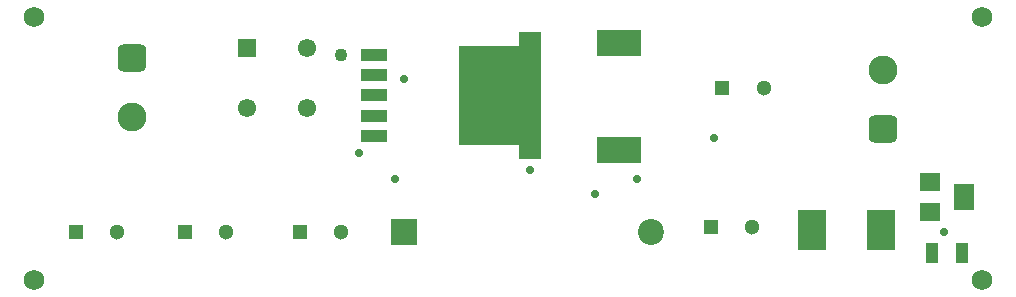
<source format=gts>
G04*
G04 #@! TF.GenerationSoftware,Altium Limited,Altium Designer,24.5.2 (23)*
G04*
G04 Layer_Color=8388736*
%FSLAX44Y44*%
%MOMM*%
G71*
G04*
G04 #@! TF.SameCoordinates,94DAE4BB-7CB6-4CAD-B1A7-A745C2884CEA*
G04*
G04*
G04 #@! TF.FilePolarity,Negative*
G04*
G01*
G75*
%ADD14C,6.2910*%
%ADD15R,2.1600X1.0700*%
%ADD18R,2.4130X3.4290*%
%ADD19R,1.0557X1.6582*%
%ADD21R,1.8032X1.5032*%
%ADD22R,1.8032X2.2032*%
%ADD23R,3.7032X2.2032*%
%ADD24R,2.2000X2.2000*%
%ADD25C,2.2000*%
%ADD26C,1.3000*%
%ADD27R,1.3000X1.3000*%
%ADD28C,1.7272*%
G04:AMPARAMS|DCode=29|XSize=2.4532mm|YSize=2.4532mm|CornerRadius=0.6641mm|HoleSize=0mm|Usage=FLASHONLY|Rotation=90.000|XOffset=0mm|YOffset=0mm|HoleType=Round|Shape=RoundedRectangle|*
%AMROUNDEDRECTD29*
21,1,2.4532,1.1250,0,0,90.0*
21,1,1.1250,2.4532,0,0,90.0*
1,1,1.3282,0.5625,0.5625*
1,1,1.3282,0.5625,-0.5625*
1,1,1.3282,-0.5625,-0.5625*
1,1,1.3282,-0.5625,0.5625*
%
%ADD29ROUNDEDRECTD29*%
%ADD30C,2.4532*%
%ADD31R,1.5500X1.5500*%
%ADD32C,1.5500*%
%ADD33C,1.1032*%
%ADD34C,0.7032*%
G36*
X449200Y122000D02*
X430100D01*
Y134350D01*
X379300D01*
Y217650D01*
X430100D01*
Y230000D01*
X449200D01*
Y122000D01*
D02*
G37*
D14*
X414250Y176000D02*
D03*
D15*
X307500Y210000D02*
D03*
Y193000D02*
D03*
Y176000D02*
D03*
Y159000D02*
D03*
Y142000D02*
D03*
D18*
X736710Y62500D02*
D03*
X678290D02*
D03*
D19*
X805263Y42500D02*
D03*
X779738D02*
D03*
D21*
X778000Y102500D02*
D03*
Y77500D02*
D03*
D22*
X807000Y90000D02*
D03*
D23*
X515000Y130000D02*
D03*
Y220000D02*
D03*
D24*
X332800Y60000D02*
D03*
D25*
X542200D02*
D03*
D26*
X627500Y65000D02*
D03*
X90000Y60000D02*
D03*
X637500Y182500D02*
D03*
X182500Y60000D02*
D03*
X280000Y60000D02*
D03*
D27*
X592500Y65000D02*
D03*
X55000Y60000D02*
D03*
X602500Y182500D02*
D03*
X147500Y60000D02*
D03*
X245000Y60000D02*
D03*
D28*
X822500Y242500D02*
D03*
Y20000D02*
D03*
X20000D02*
D03*
Y242500D02*
D03*
D29*
X738500Y147500D02*
D03*
X102500Y207500D02*
D03*
D30*
X738500Y197500D02*
D03*
X102500Y157500D02*
D03*
D31*
X200000Y216000D02*
D03*
D32*
X251000D02*
D03*
X200000Y165000D02*
D03*
X251000D02*
D03*
D33*
X280000Y210000D02*
D03*
D34*
X495000Y92500D02*
D03*
X440000Y112500D02*
D03*
X595000Y140000D02*
D03*
X530000Y105000D02*
D03*
X790000Y60000D02*
D03*
X325000Y105000D02*
D03*
X295000Y127500D02*
D03*
X332500Y190000D02*
D03*
M02*

</source>
